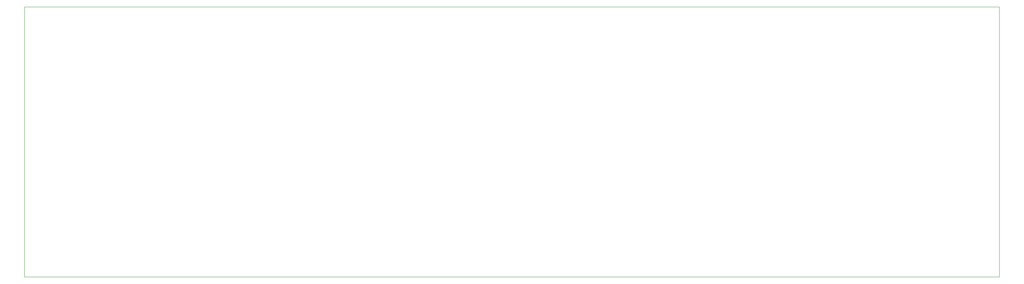
<source format=gbr>
%TF.GenerationSoftware,KiCad,Pcbnew,8.0.1-8.0.1-1~ubuntu22.04.1*%
%TF.CreationDate,2024-03-21T20:32:24+01:00*%
%TF.ProjectId,keyboard_pcb,6b657962-6f61-4726-945f-7063622e6b69,rev?*%
%TF.SameCoordinates,Original*%
%TF.FileFunction,Profile,NP*%
%FSLAX46Y46*%
G04 Gerber Fmt 4.6, Leading zero omitted, Abs format (unit mm)*
G04 Created by KiCad (PCBNEW 8.0.1-8.0.1-1~ubuntu22.04.1) date 2024-03-21 20:32:24*
%MOMM*%
%LPD*%
G01*
G04 APERTURE LIST*
%TA.AperFunction,Profile*%
%ADD10C,0.200000*%
%TD*%
G04 APERTURE END LIST*
D10*
X69940000Y-81100000D02*
X529470000Y-81100000D01*
X529470000Y-208650000D01*
X69940000Y-208650000D01*
X69940000Y-81100000D01*
M02*

</source>
